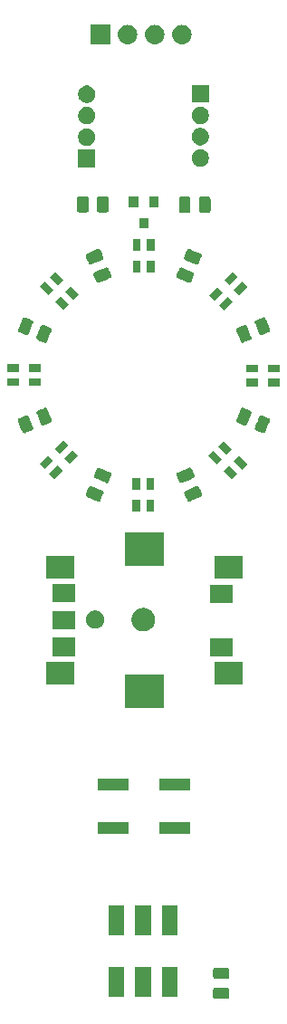
<source format=gbr>
G04 #@! TF.GenerationSoftware,KiCad,Pcbnew,(5.1.0-0)*
G04 #@! TF.CreationDate,2020-02-24T20:35:34+01:00*
G04 #@! TF.ProjectId,pino_brd_v01,70696e6f-5f62-4726-945f-7630312e6b69,rev?*
G04 #@! TF.SameCoordinates,Original*
G04 #@! TF.FileFunction,Soldermask,Top*
G04 #@! TF.FilePolarity,Negative*
%FSLAX46Y46*%
G04 Gerber Fmt 4.6, Leading zero omitted, Abs format (unit mm)*
G04 Created by KiCad (PCBNEW (5.1.0-0)) date 2020-02-24 20:35:34*
%MOMM*%
%LPD*%
G04 APERTURE LIST*
%ADD10C,0.100000*%
G04 APERTURE END LIST*
D10*
G36*
X152804268Y-143436385D02*
G01*
X152842938Y-143448116D01*
X152878577Y-143467166D01*
X152909817Y-143492803D01*
X152935454Y-143524043D01*
X152954504Y-143559682D01*
X152966235Y-143598352D01*
X152970800Y-143644708D01*
X152970800Y-144295932D01*
X152966235Y-144342288D01*
X152954504Y-144380958D01*
X152935454Y-144416597D01*
X152909817Y-144447837D01*
X152878577Y-144473474D01*
X152842938Y-144492524D01*
X152804268Y-144504255D01*
X152757912Y-144508820D01*
X151681688Y-144508820D01*
X151635332Y-144504255D01*
X151596662Y-144492524D01*
X151561023Y-144473474D01*
X151529783Y-144447837D01*
X151504146Y-144416597D01*
X151485096Y-144380958D01*
X151473365Y-144342288D01*
X151468800Y-144295932D01*
X151468800Y-143644708D01*
X151473365Y-143598352D01*
X151485096Y-143559682D01*
X151504146Y-143524043D01*
X151529783Y-143492803D01*
X151561023Y-143467166D01*
X151596662Y-143448116D01*
X151635332Y-143436385D01*
X151681688Y-143431820D01*
X152757912Y-143431820D01*
X152804268Y-143436385D01*
X152804268Y-143436385D01*
G37*
G36*
X148160680Y-144309120D02*
G01*
X146658680Y-144309120D01*
X146658680Y-141507120D01*
X148160680Y-141507120D01*
X148160680Y-144309120D01*
X148160680Y-144309120D01*
G37*
G36*
X145660680Y-144309120D02*
G01*
X144158680Y-144309120D01*
X144158680Y-141507120D01*
X145660680Y-141507120D01*
X145660680Y-144309120D01*
X145660680Y-144309120D01*
G37*
G36*
X143160680Y-144309120D02*
G01*
X141658680Y-144309120D01*
X141658680Y-141507120D01*
X143160680Y-141507120D01*
X143160680Y-144309120D01*
X143160680Y-144309120D01*
G37*
G36*
X152804268Y-141561385D02*
G01*
X152842938Y-141573116D01*
X152878577Y-141592166D01*
X152909817Y-141617803D01*
X152935454Y-141649043D01*
X152954504Y-141684682D01*
X152966235Y-141723352D01*
X152970800Y-141769708D01*
X152970800Y-142420932D01*
X152966235Y-142467288D01*
X152954504Y-142505958D01*
X152935454Y-142541597D01*
X152909817Y-142572837D01*
X152878577Y-142598474D01*
X152842938Y-142617524D01*
X152804268Y-142629255D01*
X152757912Y-142633820D01*
X151681688Y-142633820D01*
X151635332Y-142629255D01*
X151596662Y-142617524D01*
X151561023Y-142598474D01*
X151529783Y-142572837D01*
X151504146Y-142541597D01*
X151485096Y-142505958D01*
X151473365Y-142467288D01*
X151468800Y-142420932D01*
X151468800Y-141769708D01*
X151473365Y-141723352D01*
X151485096Y-141684682D01*
X151504146Y-141649043D01*
X151529783Y-141617803D01*
X151561023Y-141592166D01*
X151596662Y-141573116D01*
X151635332Y-141561385D01*
X151681688Y-141556820D01*
X152757912Y-141556820D01*
X152804268Y-141561385D01*
X152804268Y-141561385D01*
G37*
G36*
X148160680Y-138509120D02*
G01*
X146658680Y-138509120D01*
X146658680Y-135707120D01*
X148160680Y-135707120D01*
X148160680Y-138509120D01*
X148160680Y-138509120D01*
G37*
G36*
X145660680Y-138509120D02*
G01*
X144158680Y-138509120D01*
X144158680Y-135707120D01*
X145660680Y-135707120D01*
X145660680Y-138509120D01*
X145660680Y-138509120D01*
G37*
G36*
X143160680Y-138509120D02*
G01*
X141658680Y-138509120D01*
X141658680Y-135707120D01*
X143160680Y-135707120D01*
X143160680Y-138509120D01*
X143160680Y-138509120D01*
G37*
G36*
X149296960Y-129020240D02*
G01*
X146444960Y-129020240D01*
X146444960Y-127918240D01*
X149296960Y-127918240D01*
X149296960Y-129020240D01*
X149296960Y-129020240D01*
G37*
G36*
X143536960Y-129020240D02*
G01*
X140684960Y-129020240D01*
X140684960Y-127918240D01*
X143536960Y-127918240D01*
X143536960Y-129020240D01*
X143536960Y-129020240D01*
G37*
G36*
X143536960Y-125020240D02*
G01*
X140684960Y-125020240D01*
X140684960Y-123918240D01*
X143536960Y-123918240D01*
X143536960Y-125020240D01*
X143536960Y-125020240D01*
G37*
G36*
X149296960Y-125020240D02*
G01*
X146444960Y-125020240D01*
X146444960Y-123918240D01*
X149296960Y-123918240D01*
X149296960Y-125020240D01*
X149296960Y-125020240D01*
G37*
G36*
X146831460Y-117275860D02*
G01*
X143229460Y-117275860D01*
X143229460Y-114173860D01*
X146831460Y-114173860D01*
X146831460Y-117275860D01*
X146831460Y-117275860D01*
G37*
G36*
X154181460Y-115075860D02*
G01*
X151579460Y-115075860D01*
X151579460Y-112973860D01*
X154181460Y-112973860D01*
X154181460Y-115075860D01*
X154181460Y-115075860D01*
G37*
G36*
X138481460Y-115050860D02*
G01*
X135879460Y-115050860D01*
X135879460Y-112948860D01*
X138481460Y-112948860D01*
X138481460Y-115050860D01*
X138481460Y-115050860D01*
G37*
G36*
X153306460Y-112450860D02*
G01*
X151204460Y-112450860D01*
X151204460Y-110748860D01*
X153306460Y-110748860D01*
X153306460Y-112450860D01*
X153306460Y-112450860D01*
G37*
G36*
X138556460Y-112425860D02*
G01*
X136454460Y-112425860D01*
X136454460Y-110723860D01*
X138556460Y-110723860D01*
X138556460Y-112425860D01*
X138556460Y-112425860D01*
G37*
G36*
X145145255Y-107945016D02*
G01*
X145251610Y-107966171D01*
X145451980Y-108049167D01*
X145632304Y-108169655D01*
X145785665Y-108323016D01*
X145906153Y-108503340D01*
X145989149Y-108703711D01*
X146031460Y-108916420D01*
X146031460Y-109133300D01*
X145989149Y-109346009D01*
X145906153Y-109546380D01*
X145785665Y-109726704D01*
X145632304Y-109880065D01*
X145451980Y-110000553D01*
X145251610Y-110083549D01*
X145145254Y-110104705D01*
X145038900Y-110125860D01*
X144822020Y-110125860D01*
X144715666Y-110104705D01*
X144609310Y-110083549D01*
X144408940Y-110000553D01*
X144228616Y-109880065D01*
X144075255Y-109726704D01*
X143954767Y-109546380D01*
X143871771Y-109346009D01*
X143829460Y-109133300D01*
X143829460Y-108916420D01*
X143871771Y-108703711D01*
X143954767Y-108503340D01*
X144075255Y-108323016D01*
X144228616Y-108169655D01*
X144408940Y-108049167D01*
X144609310Y-107966171D01*
X144715665Y-107945016D01*
X144822020Y-107923860D01*
X145038900Y-107923860D01*
X145145255Y-107945016D01*
X145145255Y-107945016D01*
G37*
G36*
X138556460Y-109925860D02*
G01*
X136454460Y-109925860D01*
X136454460Y-108223860D01*
X138556460Y-108223860D01*
X138556460Y-109925860D01*
X138556460Y-109925860D01*
G37*
G36*
X140678688Y-108206563D02*
G01*
X140833560Y-108270713D01*
X140972941Y-108363845D01*
X141091475Y-108482379D01*
X141184607Y-108621760D01*
X141248757Y-108776632D01*
X141281460Y-108941044D01*
X141281460Y-109108676D01*
X141248757Y-109273088D01*
X141184607Y-109427960D01*
X141091475Y-109567341D01*
X140972941Y-109685875D01*
X140833560Y-109779007D01*
X140678688Y-109843157D01*
X140514276Y-109875860D01*
X140346644Y-109875860D01*
X140182232Y-109843157D01*
X140027360Y-109779007D01*
X139887979Y-109685875D01*
X139769445Y-109567341D01*
X139676313Y-109427960D01*
X139612163Y-109273088D01*
X139579460Y-109108676D01*
X139579460Y-108941044D01*
X139612163Y-108776632D01*
X139676313Y-108621760D01*
X139769445Y-108482379D01*
X139887979Y-108363845D01*
X140027360Y-108270713D01*
X140182232Y-108206563D01*
X140346644Y-108173860D01*
X140514276Y-108173860D01*
X140678688Y-108206563D01*
X140678688Y-108206563D01*
G37*
G36*
X153306460Y-107450860D02*
G01*
X151204460Y-107450860D01*
X151204460Y-105748860D01*
X153306460Y-105748860D01*
X153306460Y-107450860D01*
X153306460Y-107450860D01*
G37*
G36*
X138556460Y-107400860D02*
G01*
X136454460Y-107400860D01*
X136454460Y-105698860D01*
X138556460Y-105698860D01*
X138556460Y-107400860D01*
X138556460Y-107400860D01*
G37*
G36*
X154181460Y-105175860D02*
G01*
X151579460Y-105175860D01*
X151579460Y-103073860D01*
X154181460Y-103073860D01*
X154181460Y-105175860D01*
X154181460Y-105175860D01*
G37*
G36*
X138481460Y-105175860D02*
G01*
X135879460Y-105175860D01*
X135879460Y-103073860D01*
X138481460Y-103073860D01*
X138481460Y-105175860D01*
X138481460Y-105175860D01*
G37*
G36*
X146831460Y-103975860D02*
G01*
X143229460Y-103975860D01*
X143229460Y-100873860D01*
X146831460Y-100873860D01*
X146831460Y-103975860D01*
X146831460Y-103975860D01*
G37*
G36*
X144630146Y-98904628D02*
G01*
X143928146Y-98904628D01*
X143928146Y-97802628D01*
X144630146Y-97802628D01*
X144630146Y-98904628D01*
X144630146Y-98904628D01*
G37*
G36*
X145930146Y-98904628D02*
G01*
X145228146Y-98904628D01*
X145228146Y-97802628D01*
X145930146Y-97802628D01*
X145930146Y-98904628D01*
X145930146Y-98904628D01*
G37*
G36*
X140073238Y-96538127D02*
G01*
X140117700Y-96552039D01*
X141108361Y-96972550D01*
X141149250Y-96994866D01*
X141180260Y-97020772D01*
X141205627Y-97052237D01*
X141224365Y-97088044D01*
X141235758Y-97126813D01*
X141239367Y-97167063D01*
X141235056Y-97207242D01*
X141221144Y-97251704D01*
X140966694Y-97851150D01*
X140944378Y-97892039D01*
X140918472Y-97923049D01*
X140887007Y-97948416D01*
X140851200Y-97967154D01*
X140812431Y-97978547D01*
X140772181Y-97982156D01*
X140732002Y-97977845D01*
X140687540Y-97963933D01*
X139696879Y-97543422D01*
X139655990Y-97521106D01*
X139624980Y-97495200D01*
X139599613Y-97463735D01*
X139580875Y-97427928D01*
X139569482Y-97389159D01*
X139565873Y-97348909D01*
X139570184Y-97308730D01*
X139584096Y-97264268D01*
X139838546Y-96664822D01*
X139860862Y-96623933D01*
X139886768Y-96592923D01*
X139918233Y-96567556D01*
X139954040Y-96548818D01*
X139992809Y-96537425D01*
X140033059Y-96533816D01*
X140073238Y-96538127D01*
X140073238Y-96538127D01*
G37*
G36*
X150009523Y-96542284D02*
G01*
X150048196Y-96554015D01*
X150083833Y-96573064D01*
X150115073Y-96598701D01*
X150140710Y-96629941D01*
X150162667Y-96671019D01*
X150184234Y-96723087D01*
X150184236Y-96723090D01*
X150294634Y-96989614D01*
X150411879Y-97272668D01*
X150425401Y-97317245D01*
X150429362Y-97357462D01*
X150425402Y-97397680D01*
X150413671Y-97436350D01*
X150394621Y-97471989D01*
X150368984Y-97503229D01*
X150337744Y-97528866D01*
X150296666Y-97550823D01*
X150030734Y-97660975D01*
X149354436Y-97941107D01*
X149354428Y-97941109D01*
X149302364Y-97962675D01*
X149257792Y-97976197D01*
X149217576Y-97980157D01*
X149177357Y-97976196D01*
X149138684Y-97964465D01*
X149103047Y-97945416D01*
X149071807Y-97919779D01*
X149046170Y-97888539D01*
X149024213Y-97847461D01*
X148898276Y-97543422D01*
X148837907Y-97397680D01*
X148775001Y-97245812D01*
X148761479Y-97201235D01*
X148757518Y-97161016D01*
X148761478Y-97120800D01*
X148773209Y-97082130D01*
X148792259Y-97046491D01*
X148817896Y-97015251D01*
X148849136Y-96989614D01*
X148890214Y-96967657D01*
X149156146Y-96857505D01*
X149832444Y-96577373D01*
X149832452Y-96577371D01*
X149884516Y-96555805D01*
X149929088Y-96542283D01*
X149969304Y-96538323D01*
X150009523Y-96542284D01*
X150009523Y-96542284D01*
G37*
G36*
X144630146Y-96904628D02*
G01*
X143928146Y-96904628D01*
X143928146Y-95802628D01*
X144630146Y-95802628D01*
X144630146Y-96904628D01*
X144630146Y-96904628D01*
G37*
G36*
X145930146Y-96904628D02*
G01*
X145228146Y-96904628D01*
X145228146Y-95802628D01*
X145930146Y-95802628D01*
X145930146Y-96904628D01*
X145930146Y-96904628D01*
G37*
G36*
X140805858Y-94812181D02*
G01*
X140850320Y-94826093D01*
X141840981Y-95246604D01*
X141881870Y-95268920D01*
X141912880Y-95294826D01*
X141938247Y-95326291D01*
X141956985Y-95362098D01*
X141968378Y-95400867D01*
X141971987Y-95441117D01*
X141967676Y-95481296D01*
X141953764Y-95525758D01*
X141699314Y-96125204D01*
X141676998Y-96166093D01*
X141651092Y-96197103D01*
X141619627Y-96222470D01*
X141583820Y-96241208D01*
X141545051Y-96252601D01*
X141504801Y-96256210D01*
X141464622Y-96251899D01*
X141420160Y-96237987D01*
X140429499Y-95817476D01*
X140388610Y-95795160D01*
X140357600Y-95769254D01*
X140332233Y-95737789D01*
X140313495Y-95701982D01*
X140302102Y-95663213D01*
X140298493Y-95622963D01*
X140302804Y-95582784D01*
X140316716Y-95538322D01*
X140571166Y-94938876D01*
X140593482Y-94897987D01*
X140619388Y-94866977D01*
X140650853Y-94841610D01*
X140686660Y-94822872D01*
X140725429Y-94811479D01*
X140765679Y-94807870D01*
X140805858Y-94812181D01*
X140805858Y-94812181D01*
G37*
G36*
X149291991Y-94810010D02*
G01*
X149330664Y-94821741D01*
X149366301Y-94840790D01*
X149397541Y-94866427D01*
X149423178Y-94897667D01*
X149445135Y-94938745D01*
X149694347Y-95540394D01*
X149707869Y-95584971D01*
X149711830Y-95625188D01*
X149707870Y-95665406D01*
X149696139Y-95704076D01*
X149677089Y-95739715D01*
X149651452Y-95770955D01*
X149620212Y-95796592D01*
X149579134Y-95818549D01*
X149313202Y-95928701D01*
X148636904Y-96208833D01*
X148636896Y-96208835D01*
X148584832Y-96230401D01*
X148540260Y-96243923D01*
X148500044Y-96247883D01*
X148459825Y-96243922D01*
X148421152Y-96232191D01*
X148385515Y-96213142D01*
X148354275Y-96187505D01*
X148328638Y-96156265D01*
X148306681Y-96115187D01*
X148057469Y-95513538D01*
X148043947Y-95468961D01*
X148039986Y-95428742D01*
X148043946Y-95388526D01*
X148055677Y-95349856D01*
X148074727Y-95314217D01*
X148100364Y-95282977D01*
X148131604Y-95257340D01*
X148172682Y-95235383D01*
X148533625Y-95085876D01*
X149114912Y-94845099D01*
X149114920Y-94845097D01*
X149166984Y-94823531D01*
X149211556Y-94810009D01*
X149251772Y-94806049D01*
X149291991Y-94810010D01*
X149291991Y-94810010D01*
G37*
G36*
X153728627Y-95404677D02*
G01*
X153232238Y-95901066D01*
X152453007Y-95121835D01*
X152949396Y-94625446D01*
X153728627Y-95404677D01*
X153728627Y-95404677D01*
G37*
G36*
X137420180Y-95085876D02*
G01*
X136640949Y-95865107D01*
X136144560Y-95368718D01*
X136923791Y-94589487D01*
X137420180Y-95085876D01*
X137420180Y-95085876D01*
G37*
G36*
X154647866Y-94485438D02*
G01*
X154151477Y-94981827D01*
X153372246Y-94202596D01*
X153868635Y-93706207D01*
X154647866Y-94485438D01*
X154647866Y-94485438D01*
G37*
G36*
X136500941Y-94166637D02*
G01*
X135721710Y-94945868D01*
X135225321Y-94449479D01*
X136004552Y-93670248D01*
X136500941Y-94166637D01*
X136500941Y-94166637D01*
G37*
G36*
X152314414Y-93990464D02*
G01*
X151818025Y-94486853D01*
X151038794Y-93707622D01*
X151535183Y-93211233D01*
X152314414Y-93990464D01*
X152314414Y-93990464D01*
G37*
G36*
X138834393Y-93671663D02*
G01*
X138055162Y-94450894D01*
X137558773Y-93954505D01*
X138338004Y-93175274D01*
X138834393Y-93671663D01*
X138834393Y-93671663D01*
G37*
G36*
X153233653Y-93071225D02*
G01*
X152737264Y-93567614D01*
X151958033Y-92788383D01*
X152454422Y-92291994D01*
X153233653Y-93071225D01*
X153233653Y-93071225D01*
G37*
G36*
X137915154Y-92752424D02*
G01*
X137135923Y-93531655D01*
X136639534Y-93035266D01*
X137418765Y-92256035D01*
X137915154Y-92752424D01*
X137915154Y-92752424D01*
G37*
G36*
X134057543Y-89928044D02*
G01*
X134096213Y-89939775D01*
X134131852Y-89958825D01*
X134163092Y-89984462D01*
X134188729Y-90015702D01*
X134210686Y-90056780D01*
X134232255Y-90108853D01*
X134600970Y-90999010D01*
X134600972Y-90999018D01*
X134622538Y-91051082D01*
X134636060Y-91095654D01*
X134640020Y-91135870D01*
X134636059Y-91176089D01*
X134624328Y-91214762D01*
X134605279Y-91250399D01*
X134579642Y-91281639D01*
X134548402Y-91307276D01*
X134507324Y-91329233D01*
X134455256Y-91350800D01*
X134455253Y-91350802D01*
X134309538Y-91411159D01*
X133905675Y-91578445D01*
X133861098Y-91591967D01*
X133820879Y-91595928D01*
X133780663Y-91591968D01*
X133741993Y-91580237D01*
X133706354Y-91561187D01*
X133675114Y-91535550D01*
X133649477Y-91504310D01*
X133627520Y-91463232D01*
X133508582Y-91176089D01*
X133237236Y-90521002D01*
X133237234Y-90520994D01*
X133215668Y-90468930D01*
X133202146Y-90424358D01*
X133198186Y-90384140D01*
X133202147Y-90343923D01*
X133213878Y-90305250D01*
X133232927Y-90269613D01*
X133258564Y-90238373D01*
X133289804Y-90212736D01*
X133330882Y-90190779D01*
X133382950Y-90169212D01*
X133382953Y-90169210D01*
X133696676Y-90039262D01*
X133932531Y-89941567D01*
X133977108Y-89928045D01*
X134017327Y-89924084D01*
X134057543Y-89928044D01*
X134057543Y-89928044D01*
G37*
G36*
X156014973Y-89928044D02*
G01*
X156059545Y-89941566D01*
X156111615Y-89963134D01*
X156111618Y-89963135D01*
X156609127Y-90169210D01*
X156609131Y-90169212D01*
X156661198Y-90190779D01*
X156702276Y-90212736D01*
X156733516Y-90238373D01*
X156759153Y-90269613D01*
X156778203Y-90305252D01*
X156789934Y-90343922D01*
X156793894Y-90384138D01*
X156789933Y-90424357D01*
X156776411Y-90468934D01*
X156754845Y-90521000D01*
X156754844Y-90521002D01*
X156631816Y-90818018D01*
X156364560Y-91463232D01*
X156342603Y-91504310D01*
X156316966Y-91535550D01*
X156285726Y-91561187D01*
X156250089Y-91580236D01*
X156211416Y-91591967D01*
X156171197Y-91595928D01*
X156130981Y-91591968D01*
X156086409Y-91578446D01*
X156034339Y-91556878D01*
X156034336Y-91556877D01*
X155536827Y-91350802D01*
X155536823Y-91350800D01*
X155484756Y-91329233D01*
X155443678Y-91307276D01*
X155412438Y-91281639D01*
X155386801Y-91250399D01*
X155367751Y-91214760D01*
X155356020Y-91176090D01*
X155352060Y-91135872D01*
X155356021Y-91095655D01*
X155369543Y-91051078D01*
X155447570Y-90862705D01*
X155623884Y-90437043D01*
X155781394Y-90056780D01*
X155803351Y-90015702D01*
X155828988Y-89984462D01*
X155860228Y-89958825D01*
X155895865Y-89939776D01*
X155934538Y-89928045D01*
X155974757Y-89924084D01*
X156014973Y-89928044D01*
X156014973Y-89928044D01*
G37*
G36*
X154282699Y-89210512D02*
G01*
X154327271Y-89224034D01*
X154379341Y-89245602D01*
X154379344Y-89245603D01*
X154876853Y-89451678D01*
X154876857Y-89451680D01*
X154928924Y-89473247D01*
X154970002Y-89495204D01*
X155001242Y-89520841D01*
X155026879Y-89552081D01*
X155045929Y-89587720D01*
X155057660Y-89626390D01*
X155061620Y-89666606D01*
X155057659Y-89706825D01*
X155044137Y-89751402D01*
X155022571Y-89803468D01*
X155022570Y-89803470D01*
X154947601Y-89984462D01*
X154632286Y-90745700D01*
X154610329Y-90786778D01*
X154584692Y-90818018D01*
X154553452Y-90843655D01*
X154517815Y-90862704D01*
X154479142Y-90874435D01*
X154438923Y-90878396D01*
X154398707Y-90874436D01*
X154354135Y-90860914D01*
X154302065Y-90839346D01*
X154302062Y-90839345D01*
X153804553Y-90633270D01*
X153804549Y-90633268D01*
X153752482Y-90611701D01*
X153711404Y-90589744D01*
X153680164Y-90564107D01*
X153654527Y-90532867D01*
X153635477Y-90497228D01*
X153623746Y-90458558D01*
X153619786Y-90418340D01*
X153623747Y-90378123D01*
X153637269Y-90333546D01*
X153695033Y-90194092D01*
X153878402Y-89751398D01*
X154049120Y-89339248D01*
X154071077Y-89298170D01*
X154096714Y-89266930D01*
X154127954Y-89241293D01*
X154163591Y-89222244D01*
X154202264Y-89210513D01*
X154242483Y-89206552D01*
X154282699Y-89210512D01*
X154282699Y-89210512D01*
G37*
G36*
X135789817Y-89210512D02*
G01*
X135828487Y-89222243D01*
X135864126Y-89241293D01*
X135895366Y-89266930D01*
X135921003Y-89298170D01*
X135942960Y-89339248D01*
X135964529Y-89391321D01*
X136333244Y-90281478D01*
X136333246Y-90281486D01*
X136354812Y-90333550D01*
X136368334Y-90378122D01*
X136372294Y-90418338D01*
X136368333Y-90458557D01*
X136356602Y-90497230D01*
X136337553Y-90532867D01*
X136311916Y-90564107D01*
X136280676Y-90589744D01*
X136239598Y-90611701D01*
X136187530Y-90633268D01*
X136187527Y-90633270D01*
X136041812Y-90693627D01*
X135637949Y-90860913D01*
X135593372Y-90874435D01*
X135553153Y-90878396D01*
X135512937Y-90874436D01*
X135474267Y-90862705D01*
X135438628Y-90843655D01*
X135407388Y-90818018D01*
X135381751Y-90786778D01*
X135359794Y-90745700D01*
X135240856Y-90458557D01*
X134969510Y-89803470D01*
X134969508Y-89803462D01*
X134947942Y-89751398D01*
X134934420Y-89706826D01*
X134930460Y-89666608D01*
X134934421Y-89626391D01*
X134946152Y-89587718D01*
X134965201Y-89552081D01*
X134990838Y-89520841D01*
X135022078Y-89495204D01*
X135063156Y-89473247D01*
X135115224Y-89451680D01*
X135115227Y-89451678D01*
X135428950Y-89321730D01*
X135664805Y-89224035D01*
X135709382Y-89210513D01*
X135749601Y-89206552D01*
X135789817Y-89210512D01*
X135789817Y-89210512D01*
G37*
G36*
X155687387Y-87198241D02*
G01*
X154585387Y-87198241D01*
X154585387Y-86496241D01*
X155687387Y-86496241D01*
X155687387Y-87198241D01*
X155687387Y-87198241D01*
G37*
G36*
X157687387Y-87198241D02*
G01*
X156585387Y-87198241D01*
X156585387Y-86496241D01*
X157687387Y-86496241D01*
X157687387Y-87198241D01*
X157687387Y-87198241D01*
G37*
G36*
X133323759Y-87147387D02*
G01*
X132221759Y-87147387D01*
X132221759Y-86445387D01*
X133323759Y-86445387D01*
X133323759Y-87147387D01*
X133323759Y-87147387D01*
G37*
G36*
X135323759Y-87147387D02*
G01*
X134221759Y-87147387D01*
X134221759Y-86445387D01*
X135323759Y-86445387D01*
X135323759Y-87147387D01*
X135323759Y-87147387D01*
G37*
G36*
X155687387Y-85898241D02*
G01*
X154585387Y-85898241D01*
X154585387Y-85196241D01*
X155687387Y-85196241D01*
X155687387Y-85898241D01*
X155687387Y-85898241D01*
G37*
G36*
X157687387Y-85898241D02*
G01*
X156585387Y-85898241D01*
X156585387Y-85196241D01*
X157687387Y-85196241D01*
X157687387Y-85898241D01*
X157687387Y-85898241D01*
G37*
G36*
X135323759Y-85847387D02*
G01*
X134221759Y-85847387D01*
X134221759Y-85145387D01*
X135323759Y-85145387D01*
X135323759Y-85847387D01*
X135323759Y-85847387D01*
G37*
G36*
X133323759Y-85847387D02*
G01*
X132221759Y-85847387D01*
X132221759Y-85145387D01*
X133323759Y-85145387D01*
X133323759Y-85847387D01*
X133323759Y-85847387D01*
G37*
G36*
X135590836Y-81466678D02*
G01*
X135635408Y-81480200D01*
X135687478Y-81501768D01*
X135687481Y-81501769D01*
X136184990Y-81707844D01*
X136184994Y-81707846D01*
X136237061Y-81729413D01*
X136278139Y-81751370D01*
X136309379Y-81777007D01*
X136335016Y-81808247D01*
X136354066Y-81843886D01*
X136365797Y-81882556D01*
X136369757Y-81922772D01*
X136365796Y-81962991D01*
X136352274Y-82007568D01*
X136330708Y-82059634D01*
X136330707Y-82059636D01*
X136207679Y-82356652D01*
X135940423Y-83001866D01*
X135918466Y-83042944D01*
X135892829Y-83074184D01*
X135861589Y-83099821D01*
X135825952Y-83118870D01*
X135787279Y-83130601D01*
X135747060Y-83134562D01*
X135706844Y-83130602D01*
X135662272Y-83117080D01*
X135610202Y-83095512D01*
X135610199Y-83095511D01*
X135112690Y-82889436D01*
X135112686Y-82889434D01*
X135060619Y-82867867D01*
X135019541Y-82845910D01*
X134988301Y-82820273D01*
X134962664Y-82789033D01*
X134943614Y-82753394D01*
X134931883Y-82714724D01*
X134927923Y-82674506D01*
X134931884Y-82634289D01*
X134945406Y-82589712D01*
X135023433Y-82401339D01*
X135199747Y-81975677D01*
X135357257Y-81595414D01*
X135379214Y-81554336D01*
X135404851Y-81523096D01*
X135436091Y-81497459D01*
X135471728Y-81478410D01*
X135510401Y-81466679D01*
X135550620Y-81462718D01*
X135590836Y-81466678D01*
X135590836Y-81466678D01*
G37*
G36*
X154481680Y-81466678D02*
G01*
X154520350Y-81478409D01*
X154555989Y-81497459D01*
X154587229Y-81523096D01*
X154612866Y-81554336D01*
X154634823Y-81595414D01*
X154656392Y-81647487D01*
X155025107Y-82537644D01*
X155025109Y-82537652D01*
X155046675Y-82589716D01*
X155060197Y-82634288D01*
X155064157Y-82674504D01*
X155060196Y-82714723D01*
X155048465Y-82753396D01*
X155029416Y-82789033D01*
X155003779Y-82820273D01*
X154972539Y-82845910D01*
X154931461Y-82867867D01*
X154879393Y-82889434D01*
X154879390Y-82889436D01*
X154733675Y-82949793D01*
X154329812Y-83117079D01*
X154285235Y-83130601D01*
X154245016Y-83134562D01*
X154204800Y-83130602D01*
X154166130Y-83118871D01*
X154130491Y-83099821D01*
X154099251Y-83074184D01*
X154073614Y-83042944D01*
X154051657Y-83001866D01*
X153932719Y-82714723D01*
X153661373Y-82059636D01*
X153661371Y-82059628D01*
X153639805Y-82007564D01*
X153626283Y-81962992D01*
X153622323Y-81922774D01*
X153626284Y-81882557D01*
X153638015Y-81843884D01*
X153657064Y-81808247D01*
X153682701Y-81777007D01*
X153713941Y-81751370D01*
X153755019Y-81729413D01*
X153807087Y-81707846D01*
X153807090Y-81707844D01*
X154120813Y-81577896D01*
X154356668Y-81480201D01*
X154401245Y-81466679D01*
X154441464Y-81462718D01*
X154481680Y-81466678D01*
X154481680Y-81466678D01*
G37*
G36*
X133858562Y-80749146D02*
G01*
X133903134Y-80762668D01*
X133955204Y-80784236D01*
X133955207Y-80784237D01*
X134452716Y-80990312D01*
X134452720Y-80990314D01*
X134504787Y-81011881D01*
X134545865Y-81033838D01*
X134577105Y-81059475D01*
X134602742Y-81090715D01*
X134621792Y-81126354D01*
X134633523Y-81165024D01*
X134637483Y-81205240D01*
X134633522Y-81245459D01*
X134620000Y-81290036D01*
X134598434Y-81342102D01*
X134598433Y-81342104D01*
X134523464Y-81523096D01*
X134208149Y-82284334D01*
X134186192Y-82325412D01*
X134160555Y-82356652D01*
X134129315Y-82382289D01*
X134093678Y-82401338D01*
X134055005Y-82413069D01*
X134014786Y-82417030D01*
X133974570Y-82413070D01*
X133929998Y-82399548D01*
X133877928Y-82377980D01*
X133877925Y-82377979D01*
X133380416Y-82171904D01*
X133380412Y-82171902D01*
X133328345Y-82150335D01*
X133287267Y-82128378D01*
X133256027Y-82102741D01*
X133230390Y-82071501D01*
X133211340Y-82035862D01*
X133199609Y-81997192D01*
X133195649Y-81956974D01*
X133199610Y-81916757D01*
X133213132Y-81872180D01*
X133270896Y-81732726D01*
X133454265Y-81290032D01*
X133624983Y-80877882D01*
X133646940Y-80836804D01*
X133672577Y-80805564D01*
X133703817Y-80779927D01*
X133739454Y-80760878D01*
X133778127Y-80749147D01*
X133818346Y-80745186D01*
X133858562Y-80749146D01*
X133858562Y-80749146D01*
G37*
G36*
X156213954Y-80749146D02*
G01*
X156252624Y-80760877D01*
X156288263Y-80779927D01*
X156319503Y-80805564D01*
X156345140Y-80836804D01*
X156367097Y-80877882D01*
X156388666Y-80929955D01*
X156757381Y-81820112D01*
X156757383Y-81820120D01*
X156778949Y-81872184D01*
X156792471Y-81916756D01*
X156796431Y-81956972D01*
X156792470Y-81997191D01*
X156780739Y-82035864D01*
X156761690Y-82071501D01*
X156736053Y-82102741D01*
X156704813Y-82128378D01*
X156663735Y-82150335D01*
X156611667Y-82171902D01*
X156611664Y-82171904D01*
X156465949Y-82232261D01*
X156062086Y-82399547D01*
X156017509Y-82413069D01*
X155977290Y-82417030D01*
X155937074Y-82413070D01*
X155898404Y-82401339D01*
X155862765Y-82382289D01*
X155831525Y-82356652D01*
X155805888Y-82325412D01*
X155783931Y-82284334D01*
X155664993Y-81997191D01*
X155393647Y-81342104D01*
X155393645Y-81342096D01*
X155372079Y-81290032D01*
X155358557Y-81245460D01*
X155354597Y-81205242D01*
X155358558Y-81165025D01*
X155370289Y-81126352D01*
X155389338Y-81090715D01*
X155414975Y-81059475D01*
X155446215Y-81033838D01*
X155487293Y-81011881D01*
X155539361Y-80990314D01*
X155539364Y-80990312D01*
X155853087Y-80860364D01*
X156088942Y-80762669D01*
X156133519Y-80749147D01*
X156173738Y-80745186D01*
X156213954Y-80749146D01*
X156213954Y-80749146D01*
G37*
G36*
X153269612Y-79308362D02*
G01*
X152490381Y-80087593D01*
X151993992Y-79591204D01*
X152773223Y-78811973D01*
X153269612Y-79308362D01*
X153269612Y-79308362D01*
G37*
G36*
X137965297Y-79568147D02*
G01*
X137468908Y-80064536D01*
X136689677Y-79285305D01*
X137186066Y-78788916D01*
X137965297Y-79568147D01*
X137965297Y-79568147D01*
G37*
G36*
X152350373Y-78389123D02*
G01*
X151571142Y-79168354D01*
X151074753Y-78671965D01*
X151853984Y-77892734D01*
X152350373Y-78389123D01*
X152350373Y-78389123D01*
G37*
G36*
X138884536Y-78648908D02*
G01*
X138388147Y-79145297D01*
X137608916Y-78366066D01*
X138105305Y-77869677D01*
X138884536Y-78648908D01*
X138884536Y-78648908D01*
G37*
G36*
X154683825Y-77894149D02*
G01*
X153904594Y-78673380D01*
X153408205Y-78176991D01*
X154187436Y-77397760D01*
X154683825Y-77894149D01*
X154683825Y-77894149D01*
G37*
G36*
X136551084Y-78153934D02*
G01*
X136054695Y-78650323D01*
X135275464Y-77871092D01*
X135771853Y-77374703D01*
X136551084Y-78153934D01*
X136551084Y-78153934D01*
G37*
G36*
X153764586Y-76974910D02*
G01*
X152985355Y-77754141D01*
X152488966Y-77257752D01*
X153268197Y-76478521D01*
X153764586Y-76974910D01*
X153764586Y-76974910D01*
G37*
G36*
X137470323Y-77234695D02*
G01*
X136973934Y-77731084D01*
X136194703Y-76951853D01*
X136691092Y-76455464D01*
X137470323Y-77234695D01*
X137470323Y-77234695D01*
G37*
G36*
X148514859Y-76100358D02*
G01*
X148559436Y-76113880D01*
X148611502Y-76135446D01*
X148611504Y-76135447D01*
X148838667Y-76229541D01*
X149553734Y-76525731D01*
X149594812Y-76547688D01*
X149626052Y-76573325D01*
X149651689Y-76604565D01*
X149670738Y-76640202D01*
X149682469Y-76678875D01*
X149686430Y-76719092D01*
X149682470Y-76759310D01*
X149668948Y-76803882D01*
X149647380Y-76855952D01*
X149647379Y-76855955D01*
X149443406Y-77348390D01*
X149419735Y-77405535D01*
X149397778Y-77446613D01*
X149372141Y-77477853D01*
X149340901Y-77503490D01*
X149305262Y-77522540D01*
X149266592Y-77534271D01*
X149226376Y-77538231D01*
X149186157Y-77534270D01*
X149141580Y-77520748D01*
X149089514Y-77499182D01*
X149089512Y-77499181D01*
X148703056Y-77339106D01*
X148147282Y-77108897D01*
X148106204Y-77086940D01*
X148074964Y-77061303D01*
X148049327Y-77030063D01*
X148030278Y-76994426D01*
X148018547Y-76955753D01*
X148014586Y-76915534D01*
X148018546Y-76875318D01*
X148032068Y-76830746D01*
X148055739Y-76773599D01*
X148259712Y-76281164D01*
X148259714Y-76281160D01*
X148281281Y-76229093D01*
X148303238Y-76188015D01*
X148328875Y-76156775D01*
X148360115Y-76131138D01*
X148395754Y-76112088D01*
X148434424Y-76100357D01*
X148474640Y-76096397D01*
X148514859Y-76100358D01*
X148514859Y-76100358D01*
G37*
G36*
X141525923Y-76095284D02*
G01*
X141564596Y-76107015D01*
X141600233Y-76126064D01*
X141631473Y-76151701D01*
X141657110Y-76182941D01*
X141679067Y-76224019D01*
X141700634Y-76276087D01*
X141700636Y-76276090D01*
X141821653Y-76568251D01*
X141928279Y-76825668D01*
X141941801Y-76870245D01*
X141945762Y-76910462D01*
X141941802Y-76950680D01*
X141930071Y-76989350D01*
X141911021Y-77024989D01*
X141885384Y-77056229D01*
X141854144Y-77081866D01*
X141813066Y-77103823D01*
X141547134Y-77213975D01*
X140870836Y-77494107D01*
X140870828Y-77494109D01*
X140818764Y-77515675D01*
X140774192Y-77529197D01*
X140733976Y-77533157D01*
X140693757Y-77529196D01*
X140655084Y-77517465D01*
X140619447Y-77498416D01*
X140588207Y-77472779D01*
X140562570Y-77441539D01*
X140540613Y-77400461D01*
X140418471Y-77105584D01*
X140366317Y-76979675D01*
X140291401Y-76798812D01*
X140277879Y-76754235D01*
X140273918Y-76714016D01*
X140277878Y-76673800D01*
X140289609Y-76635130D01*
X140308659Y-76599491D01*
X140334296Y-76568251D01*
X140365536Y-76542614D01*
X140406614Y-76520657D01*
X140672546Y-76410505D01*
X141348844Y-76130373D01*
X141348852Y-76130371D01*
X141400916Y-76108805D01*
X141445488Y-76095283D01*
X141485704Y-76091323D01*
X141525923Y-76095284D01*
X141525923Y-76095284D01*
G37*
G36*
X144681000Y-76541000D02*
G01*
X143979000Y-76541000D01*
X143979000Y-75439000D01*
X144681000Y-75439000D01*
X144681000Y-76541000D01*
X144681000Y-76541000D01*
G37*
G36*
X145981000Y-76541000D02*
G01*
X145279000Y-76541000D01*
X145279000Y-75439000D01*
X145981000Y-75439000D01*
X145981000Y-76541000D01*
X145981000Y-76541000D01*
G37*
G36*
X149232391Y-74368084D02*
G01*
X149276968Y-74381606D01*
X149329034Y-74403172D01*
X149329036Y-74403173D01*
X149556199Y-74497267D01*
X150271266Y-74793457D01*
X150312344Y-74815414D01*
X150343584Y-74841051D01*
X150369221Y-74872291D01*
X150388270Y-74907928D01*
X150400001Y-74946601D01*
X150403962Y-74986818D01*
X150400002Y-75027036D01*
X150386480Y-75071608D01*
X150364912Y-75123678D01*
X150364911Y-75123681D01*
X150160938Y-75616116D01*
X150137267Y-75673261D01*
X150115310Y-75714339D01*
X150089673Y-75745579D01*
X150058433Y-75771216D01*
X150022794Y-75790266D01*
X149984124Y-75801997D01*
X149943908Y-75805957D01*
X149903689Y-75801996D01*
X149859112Y-75788474D01*
X149807046Y-75766908D01*
X149807044Y-75766907D01*
X149015406Y-75439000D01*
X148864814Y-75376623D01*
X148823736Y-75354666D01*
X148792496Y-75329029D01*
X148766859Y-75297789D01*
X148747810Y-75262152D01*
X148736079Y-75223479D01*
X148732118Y-75183260D01*
X148736078Y-75143044D01*
X148749600Y-75098472D01*
X148773271Y-75041325D01*
X148977244Y-74548890D01*
X148977246Y-74548886D01*
X148998813Y-74496819D01*
X149020770Y-74455741D01*
X149046407Y-74424501D01*
X149077647Y-74398864D01*
X149113286Y-74379814D01*
X149151956Y-74368083D01*
X149192172Y-74364123D01*
X149232391Y-74368084D01*
X149232391Y-74368084D01*
G37*
G36*
X140808391Y-74363010D02*
G01*
X140847064Y-74374741D01*
X140882701Y-74393790D01*
X140913941Y-74419427D01*
X140939578Y-74450667D01*
X140961535Y-74491745D01*
X140983102Y-74543813D01*
X140983104Y-74543816D01*
X141104121Y-74835977D01*
X141210747Y-75093394D01*
X141224269Y-75137971D01*
X141228230Y-75178188D01*
X141224270Y-75218406D01*
X141212539Y-75257076D01*
X141193489Y-75292715D01*
X141167852Y-75323955D01*
X141136612Y-75349592D01*
X141095534Y-75371549D01*
X140932692Y-75439000D01*
X140153304Y-75761833D01*
X140153296Y-75761835D01*
X140101232Y-75783401D01*
X140056660Y-75796923D01*
X140016444Y-75800883D01*
X139976225Y-75796922D01*
X139937552Y-75785191D01*
X139901915Y-75766142D01*
X139870675Y-75740505D01*
X139845038Y-75709265D01*
X139823081Y-75668187D01*
X139700939Y-75373310D01*
X139603458Y-75137971D01*
X139573869Y-75066538D01*
X139560347Y-75021961D01*
X139556386Y-74981742D01*
X139560346Y-74941526D01*
X139572077Y-74902856D01*
X139591127Y-74867217D01*
X139616764Y-74835977D01*
X139648004Y-74810340D01*
X139689082Y-74788383D01*
X139955014Y-74678231D01*
X140631312Y-74398099D01*
X140631320Y-74398097D01*
X140683384Y-74376531D01*
X140727956Y-74363009D01*
X140768172Y-74359049D01*
X140808391Y-74363010D01*
X140808391Y-74363010D01*
G37*
G36*
X144681000Y-74541000D02*
G01*
X143979000Y-74541000D01*
X143979000Y-73439000D01*
X144681000Y-73439000D01*
X144681000Y-74541000D01*
X144681000Y-74541000D01*
G37*
G36*
X145981000Y-74541000D02*
G01*
X145279000Y-74541000D01*
X145279000Y-73439000D01*
X145981000Y-73439000D01*
X145981000Y-74541000D01*
X145981000Y-74541000D01*
G37*
G36*
X145436840Y-72447620D02*
G01*
X144534840Y-72447620D01*
X144534840Y-71445620D01*
X145436840Y-71445620D01*
X145436840Y-72447620D01*
X145436840Y-72447620D01*
G37*
G36*
X151050468Y-69479585D02*
G01*
X151089138Y-69491316D01*
X151124777Y-69510366D01*
X151156017Y-69536003D01*
X151181654Y-69567243D01*
X151200704Y-69602882D01*
X151212435Y-69641552D01*
X151217000Y-69687908D01*
X151217000Y-70764132D01*
X151212435Y-70810488D01*
X151200704Y-70849158D01*
X151181654Y-70884797D01*
X151156017Y-70916037D01*
X151124777Y-70941674D01*
X151089138Y-70960724D01*
X151050468Y-70972455D01*
X151004112Y-70977020D01*
X150352888Y-70977020D01*
X150306532Y-70972455D01*
X150267862Y-70960724D01*
X150232223Y-70941674D01*
X150200983Y-70916037D01*
X150175346Y-70884797D01*
X150156296Y-70849158D01*
X150144565Y-70810488D01*
X150140000Y-70764132D01*
X150140000Y-69687908D01*
X150144565Y-69641552D01*
X150156296Y-69602882D01*
X150175346Y-69567243D01*
X150200983Y-69536003D01*
X150232223Y-69510366D01*
X150267862Y-69491316D01*
X150306532Y-69479585D01*
X150352888Y-69475020D01*
X151004112Y-69475020D01*
X151050468Y-69479585D01*
X151050468Y-69479585D01*
G37*
G36*
X149175468Y-69479585D02*
G01*
X149214138Y-69491316D01*
X149249777Y-69510366D01*
X149281017Y-69536003D01*
X149306654Y-69567243D01*
X149325704Y-69602882D01*
X149337435Y-69641552D01*
X149342000Y-69687908D01*
X149342000Y-70764132D01*
X149337435Y-70810488D01*
X149325704Y-70849158D01*
X149306654Y-70884797D01*
X149281017Y-70916037D01*
X149249777Y-70941674D01*
X149214138Y-70960724D01*
X149175468Y-70972455D01*
X149129112Y-70977020D01*
X148477888Y-70977020D01*
X148431532Y-70972455D01*
X148392862Y-70960724D01*
X148357223Y-70941674D01*
X148325983Y-70916037D01*
X148300346Y-70884797D01*
X148281296Y-70849158D01*
X148269565Y-70810488D01*
X148265000Y-70764132D01*
X148265000Y-69687908D01*
X148269565Y-69641552D01*
X148281296Y-69602882D01*
X148300346Y-69567243D01*
X148325983Y-69536003D01*
X148357223Y-69510366D01*
X148392862Y-69491316D01*
X148431532Y-69479585D01*
X148477888Y-69475020D01*
X149129112Y-69475020D01*
X149175468Y-69479585D01*
X149175468Y-69479585D01*
G37*
G36*
X139642368Y-69451645D02*
G01*
X139681038Y-69463376D01*
X139716677Y-69482426D01*
X139747917Y-69508063D01*
X139773554Y-69539303D01*
X139792604Y-69574942D01*
X139804335Y-69613612D01*
X139808900Y-69659968D01*
X139808900Y-70736192D01*
X139804335Y-70782548D01*
X139792604Y-70821218D01*
X139773554Y-70856857D01*
X139747917Y-70888097D01*
X139716677Y-70913734D01*
X139681038Y-70932784D01*
X139642368Y-70944515D01*
X139596012Y-70949080D01*
X138944788Y-70949080D01*
X138898432Y-70944515D01*
X138859762Y-70932784D01*
X138824123Y-70913734D01*
X138792883Y-70888097D01*
X138767246Y-70856857D01*
X138748196Y-70821218D01*
X138736465Y-70782548D01*
X138731900Y-70736192D01*
X138731900Y-69659968D01*
X138736465Y-69613612D01*
X138748196Y-69574942D01*
X138767246Y-69539303D01*
X138792883Y-69508063D01*
X138824123Y-69482426D01*
X138859762Y-69463376D01*
X138898432Y-69451645D01*
X138944788Y-69447080D01*
X139596012Y-69447080D01*
X139642368Y-69451645D01*
X139642368Y-69451645D01*
G37*
G36*
X141517368Y-69451645D02*
G01*
X141556038Y-69463376D01*
X141591677Y-69482426D01*
X141622917Y-69508063D01*
X141648554Y-69539303D01*
X141667604Y-69574942D01*
X141679335Y-69613612D01*
X141683900Y-69659968D01*
X141683900Y-70736192D01*
X141679335Y-70782548D01*
X141667604Y-70821218D01*
X141648554Y-70856857D01*
X141622917Y-70888097D01*
X141591677Y-70913734D01*
X141556038Y-70932784D01*
X141517368Y-70944515D01*
X141471012Y-70949080D01*
X140819788Y-70949080D01*
X140773432Y-70944515D01*
X140734762Y-70932784D01*
X140699123Y-70913734D01*
X140667883Y-70888097D01*
X140642246Y-70856857D01*
X140623196Y-70821218D01*
X140611465Y-70782548D01*
X140606900Y-70736192D01*
X140606900Y-69659968D01*
X140611465Y-69613612D01*
X140623196Y-69574942D01*
X140642246Y-69539303D01*
X140667883Y-69508063D01*
X140699123Y-69482426D01*
X140734762Y-69463376D01*
X140773432Y-69451645D01*
X140819788Y-69447080D01*
X141471012Y-69447080D01*
X141517368Y-69451645D01*
X141517368Y-69451645D01*
G37*
G36*
X146386840Y-70447620D02*
G01*
X145484840Y-70447620D01*
X145484840Y-69445620D01*
X146386840Y-69445620D01*
X146386840Y-70447620D01*
X146386840Y-70447620D01*
G37*
G36*
X144486840Y-70447620D02*
G01*
X143584840Y-70447620D01*
X143584840Y-69445620D01*
X144486840Y-69445620D01*
X144486840Y-70447620D01*
X144486840Y-70447620D01*
G37*
G36*
X140463000Y-66703000D02*
G01*
X138837000Y-66703000D01*
X138837000Y-65077000D01*
X140463000Y-65077000D01*
X140463000Y-66703000D01*
X140463000Y-66703000D01*
G37*
G36*
X150497142Y-65078242D02*
G01*
X150645101Y-65139529D01*
X150778255Y-65228499D01*
X150891501Y-65341745D01*
X150980471Y-65474899D01*
X151041758Y-65622858D01*
X151073000Y-65779925D01*
X151073000Y-65940075D01*
X151041758Y-66097142D01*
X150980471Y-66245101D01*
X150891501Y-66378255D01*
X150778255Y-66491501D01*
X150645101Y-66580471D01*
X150497142Y-66641758D01*
X150340075Y-66673000D01*
X150179925Y-66673000D01*
X150022858Y-66641758D01*
X149874899Y-66580471D01*
X149741745Y-66491501D01*
X149628499Y-66378255D01*
X149539529Y-66245101D01*
X149478242Y-66097142D01*
X149447000Y-65940075D01*
X149447000Y-65779925D01*
X149478242Y-65622858D01*
X149539529Y-65474899D01*
X149628499Y-65341745D01*
X149741745Y-65228499D01*
X149874899Y-65139529D01*
X150022858Y-65078242D01*
X150179925Y-65047000D01*
X150340075Y-65047000D01*
X150497142Y-65078242D01*
X150497142Y-65078242D01*
G37*
G36*
X139887142Y-63108242D02*
G01*
X140035101Y-63169529D01*
X140168255Y-63258499D01*
X140281501Y-63371745D01*
X140370471Y-63504899D01*
X140431758Y-63652858D01*
X140463000Y-63809925D01*
X140463000Y-63970075D01*
X140431758Y-64127142D01*
X140370471Y-64275101D01*
X140281501Y-64408255D01*
X140168255Y-64521501D01*
X140035101Y-64610471D01*
X139887142Y-64671758D01*
X139730075Y-64703000D01*
X139569925Y-64703000D01*
X139412858Y-64671758D01*
X139264899Y-64610471D01*
X139131745Y-64521501D01*
X139018499Y-64408255D01*
X138929529Y-64275101D01*
X138868242Y-64127142D01*
X138837000Y-63970075D01*
X138837000Y-63809925D01*
X138868242Y-63652858D01*
X138929529Y-63504899D01*
X139018499Y-63371745D01*
X139131745Y-63258499D01*
X139264899Y-63169529D01*
X139412858Y-63108242D01*
X139569925Y-63077000D01*
X139730075Y-63077000D01*
X139887142Y-63108242D01*
X139887142Y-63108242D01*
G37*
G36*
X150497142Y-63078242D02*
G01*
X150645101Y-63139529D01*
X150778255Y-63228499D01*
X150891501Y-63341745D01*
X150980471Y-63474899D01*
X151041758Y-63622858D01*
X151073000Y-63779925D01*
X151073000Y-63940075D01*
X151041758Y-64097142D01*
X150980471Y-64245101D01*
X150891501Y-64378255D01*
X150778255Y-64491501D01*
X150645101Y-64580471D01*
X150497142Y-64641758D01*
X150340075Y-64673000D01*
X150179925Y-64673000D01*
X150022858Y-64641758D01*
X149874899Y-64580471D01*
X149741745Y-64491501D01*
X149628499Y-64378255D01*
X149539529Y-64245101D01*
X149478242Y-64097142D01*
X149447000Y-63940075D01*
X149447000Y-63779925D01*
X149478242Y-63622858D01*
X149539529Y-63474899D01*
X149628499Y-63341745D01*
X149741745Y-63228499D01*
X149874899Y-63139529D01*
X150022858Y-63078242D01*
X150179925Y-63047000D01*
X150340075Y-63047000D01*
X150497142Y-63078242D01*
X150497142Y-63078242D01*
G37*
G36*
X139887142Y-61108242D02*
G01*
X140035101Y-61169529D01*
X140168255Y-61258499D01*
X140281501Y-61371745D01*
X140370471Y-61504899D01*
X140431758Y-61652858D01*
X140463000Y-61809925D01*
X140463000Y-61970075D01*
X140431758Y-62127142D01*
X140370471Y-62275101D01*
X140281501Y-62408255D01*
X140168255Y-62521501D01*
X140035101Y-62610471D01*
X139887142Y-62671758D01*
X139730075Y-62703000D01*
X139569925Y-62703000D01*
X139412858Y-62671758D01*
X139264899Y-62610471D01*
X139131745Y-62521501D01*
X139018499Y-62408255D01*
X138929529Y-62275101D01*
X138868242Y-62127142D01*
X138837000Y-61970075D01*
X138837000Y-61809925D01*
X138868242Y-61652858D01*
X138929529Y-61504899D01*
X139018499Y-61371745D01*
X139131745Y-61258499D01*
X139264899Y-61169529D01*
X139412858Y-61108242D01*
X139569925Y-61077000D01*
X139730075Y-61077000D01*
X139887142Y-61108242D01*
X139887142Y-61108242D01*
G37*
G36*
X150497142Y-61078242D02*
G01*
X150645101Y-61139529D01*
X150778255Y-61228499D01*
X150891501Y-61341745D01*
X150980471Y-61474899D01*
X151041758Y-61622858D01*
X151073000Y-61779925D01*
X151073000Y-61940075D01*
X151041758Y-62097142D01*
X150980471Y-62245101D01*
X150891501Y-62378255D01*
X150778255Y-62491501D01*
X150645101Y-62580471D01*
X150497142Y-62641758D01*
X150340075Y-62673000D01*
X150179925Y-62673000D01*
X150022858Y-62641758D01*
X149874899Y-62580471D01*
X149741745Y-62491501D01*
X149628499Y-62378255D01*
X149539529Y-62245101D01*
X149478242Y-62097142D01*
X149447000Y-61940075D01*
X149447000Y-61779925D01*
X149478242Y-61622858D01*
X149539529Y-61474899D01*
X149628499Y-61341745D01*
X149741745Y-61228499D01*
X149874899Y-61139529D01*
X150022858Y-61078242D01*
X150179925Y-61047000D01*
X150340075Y-61047000D01*
X150497142Y-61078242D01*
X150497142Y-61078242D01*
G37*
G36*
X139887142Y-59108242D02*
G01*
X140035101Y-59169529D01*
X140168255Y-59258499D01*
X140281501Y-59371745D01*
X140370471Y-59504899D01*
X140431758Y-59652858D01*
X140463000Y-59809925D01*
X140463000Y-59970075D01*
X140431758Y-60127142D01*
X140370471Y-60275101D01*
X140281501Y-60408255D01*
X140168255Y-60521501D01*
X140035101Y-60610471D01*
X139887142Y-60671758D01*
X139730075Y-60703000D01*
X139569925Y-60703000D01*
X139412858Y-60671758D01*
X139264899Y-60610471D01*
X139131745Y-60521501D01*
X139018499Y-60408255D01*
X138929529Y-60275101D01*
X138868242Y-60127142D01*
X138837000Y-59970075D01*
X138837000Y-59809925D01*
X138868242Y-59652858D01*
X138929529Y-59504899D01*
X139018499Y-59371745D01*
X139131745Y-59258499D01*
X139264899Y-59169529D01*
X139412858Y-59108242D01*
X139569925Y-59077000D01*
X139730075Y-59077000D01*
X139887142Y-59108242D01*
X139887142Y-59108242D01*
G37*
G36*
X151073000Y-60673000D02*
G01*
X149447000Y-60673000D01*
X149447000Y-59047000D01*
X151073000Y-59047000D01*
X151073000Y-60673000D01*
X151073000Y-60673000D01*
G37*
G36*
X148657403Y-53413359D02*
G01*
X148723587Y-53419877D01*
X148893426Y-53471397D01*
X149049951Y-53555062D01*
X149085689Y-53584392D01*
X149187146Y-53667654D01*
X149270408Y-53769111D01*
X149299738Y-53804849D01*
X149383403Y-53961374D01*
X149434923Y-54131213D01*
X149452319Y-54307840D01*
X149434923Y-54484467D01*
X149383403Y-54654306D01*
X149299738Y-54810831D01*
X149270408Y-54846569D01*
X149187146Y-54948026D01*
X149085689Y-55031288D01*
X149049951Y-55060618D01*
X148893426Y-55144283D01*
X148723587Y-55195803D01*
X148657403Y-55202321D01*
X148591220Y-55208840D01*
X148502700Y-55208840D01*
X148436517Y-55202321D01*
X148370333Y-55195803D01*
X148200494Y-55144283D01*
X148043969Y-55060618D01*
X148008231Y-55031288D01*
X147906774Y-54948026D01*
X147823512Y-54846569D01*
X147794182Y-54810831D01*
X147710517Y-54654306D01*
X147658997Y-54484467D01*
X147641601Y-54307840D01*
X147658997Y-54131213D01*
X147710517Y-53961374D01*
X147794182Y-53804849D01*
X147823512Y-53769111D01*
X147906774Y-53667654D01*
X148008231Y-53584392D01*
X148043969Y-53555062D01*
X148200494Y-53471397D01*
X148370333Y-53419877D01*
X148436517Y-53413359D01*
X148502700Y-53406840D01*
X148591220Y-53406840D01*
X148657403Y-53413359D01*
X148657403Y-53413359D01*
G37*
G36*
X146117403Y-53413359D02*
G01*
X146183587Y-53419877D01*
X146353426Y-53471397D01*
X146509951Y-53555062D01*
X146545689Y-53584392D01*
X146647146Y-53667654D01*
X146730408Y-53769111D01*
X146759738Y-53804849D01*
X146843403Y-53961374D01*
X146894923Y-54131213D01*
X146912319Y-54307840D01*
X146894923Y-54484467D01*
X146843403Y-54654306D01*
X146759738Y-54810831D01*
X146730408Y-54846569D01*
X146647146Y-54948026D01*
X146545689Y-55031288D01*
X146509951Y-55060618D01*
X146353426Y-55144283D01*
X146183587Y-55195803D01*
X146117403Y-55202321D01*
X146051220Y-55208840D01*
X145962700Y-55208840D01*
X145896517Y-55202321D01*
X145830333Y-55195803D01*
X145660494Y-55144283D01*
X145503969Y-55060618D01*
X145468231Y-55031288D01*
X145366774Y-54948026D01*
X145283512Y-54846569D01*
X145254182Y-54810831D01*
X145170517Y-54654306D01*
X145118997Y-54484467D01*
X145101601Y-54307840D01*
X145118997Y-54131213D01*
X145170517Y-53961374D01*
X145254182Y-53804849D01*
X145283512Y-53769111D01*
X145366774Y-53667654D01*
X145468231Y-53584392D01*
X145503969Y-53555062D01*
X145660494Y-53471397D01*
X145830333Y-53419877D01*
X145896517Y-53413359D01*
X145962700Y-53406840D01*
X146051220Y-53406840D01*
X146117403Y-53413359D01*
X146117403Y-53413359D01*
G37*
G36*
X143577403Y-53413359D02*
G01*
X143643587Y-53419877D01*
X143813426Y-53471397D01*
X143969951Y-53555062D01*
X144005689Y-53584392D01*
X144107146Y-53667654D01*
X144190408Y-53769111D01*
X144219738Y-53804849D01*
X144303403Y-53961374D01*
X144354923Y-54131213D01*
X144372319Y-54307840D01*
X144354923Y-54484467D01*
X144303403Y-54654306D01*
X144219738Y-54810831D01*
X144190408Y-54846569D01*
X144107146Y-54948026D01*
X144005689Y-55031288D01*
X143969951Y-55060618D01*
X143813426Y-55144283D01*
X143643587Y-55195803D01*
X143577403Y-55202321D01*
X143511220Y-55208840D01*
X143422700Y-55208840D01*
X143356517Y-55202321D01*
X143290333Y-55195803D01*
X143120494Y-55144283D01*
X142963969Y-55060618D01*
X142928231Y-55031288D01*
X142826774Y-54948026D01*
X142743512Y-54846569D01*
X142714182Y-54810831D01*
X142630517Y-54654306D01*
X142578997Y-54484467D01*
X142561601Y-54307840D01*
X142578997Y-54131213D01*
X142630517Y-53961374D01*
X142714182Y-53804849D01*
X142743512Y-53769111D01*
X142826774Y-53667654D01*
X142928231Y-53584392D01*
X142963969Y-53555062D01*
X143120494Y-53471397D01*
X143290333Y-53419877D01*
X143356517Y-53413359D01*
X143422700Y-53406840D01*
X143511220Y-53406840D01*
X143577403Y-53413359D01*
X143577403Y-53413359D01*
G37*
G36*
X141827960Y-55208840D02*
G01*
X140025960Y-55208840D01*
X140025960Y-53406840D01*
X141827960Y-53406840D01*
X141827960Y-55208840D01*
X141827960Y-55208840D01*
G37*
M02*

</source>
